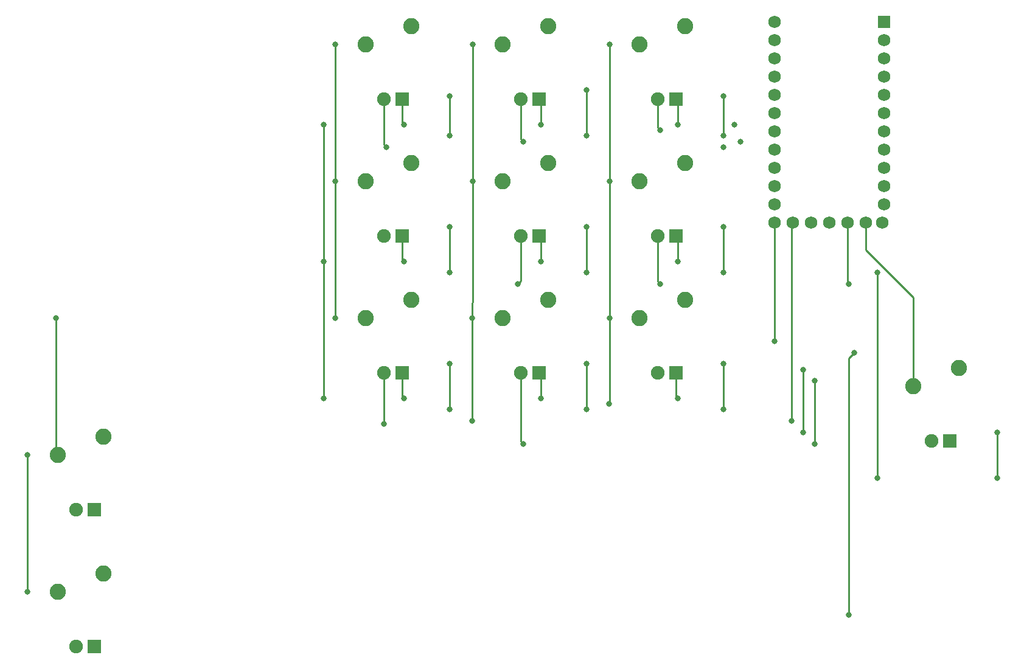
<source format=gbr>
%TF.GenerationSoftware,KiCad,Pcbnew,(5.1.9-0-10_14)*%
%TF.CreationDate,2021-04-13T19:55:37+09:00*%
%TF.ProjectId,IKIDS,494b4944-532e-46b6-9963-61645f706362,rev?*%
%TF.SameCoordinates,Original*%
%TF.FileFunction,Copper,L1,Top*%
%TF.FilePolarity,Positive*%
%FSLAX46Y46*%
G04 Gerber Fmt 4.6, Leading zero omitted, Abs format (unit mm)*
G04 Created by KiCad (PCBNEW (5.1.9-0-10_14)) date 2021-04-13 19:55:37*
%MOMM*%
%LPD*%
G01*
G04 APERTURE LIST*
%TA.AperFunction,ComponentPad*%
%ADD10R,1.905000X1.905000*%
%TD*%
%TA.AperFunction,ComponentPad*%
%ADD11C,1.905000*%
%TD*%
%TA.AperFunction,ComponentPad*%
%ADD12C,2.250000*%
%TD*%
%TA.AperFunction,ComponentPad*%
%ADD13C,1.752600*%
%TD*%
%TA.AperFunction,ComponentPad*%
%ADD14R,1.752600X1.752600*%
%TD*%
%TA.AperFunction,ViaPad*%
%ADD15C,0.800000*%
%TD*%
%TA.AperFunction,Conductor*%
%ADD16C,0.250000*%
%TD*%
G04 APERTURE END LIST*
D10*
%TO.P,MX2,4*%
%TO.N,Net-(MX2-Pad4)*%
X87122000Y-149637750D03*
D11*
%TO.P,MX2,3*%
%TO.N,Net-(MX2-Pad3)*%
X84582000Y-149637750D03*
D12*
%TO.P,MX2,1*%
%TO.N,col1*%
X82042000Y-142017750D03*
%TO.P,MX2,2*%
%TO.N,Net-(D2-Pad2)*%
X88392000Y-139477750D03*
%TD*%
D10*
%TO.P,MX6,4*%
%TO.N,gnd*%
X149034500Y-73437750D03*
D11*
%TO.P,MX6,3*%
%TO.N,led2*%
X146494500Y-73437750D03*
D12*
%TO.P,MX6,1*%
%TO.N,col2*%
X143954500Y-65817750D03*
%TO.P,MX6,2*%
%TO.N,Net-(D6-Pad2)*%
X150304500Y-63277750D03*
%TD*%
D10*
%TO.P,MX11,4*%
%TO.N,gnd*%
X168084500Y-111537750D03*
D11*
%TO.P,MX11,3*%
%TO.N,led9*%
X165544500Y-111537750D03*
D12*
%TO.P,MX11,1*%
%TO.N,col3*%
X163004500Y-103917750D03*
%TO.P,MX11,2*%
%TO.N,Net-(D11-Pad2)*%
X169354500Y-101377750D03*
%TD*%
D10*
%TO.P,MX4,4*%
%TO.N,gnd*%
X129984500Y-92487750D03*
D11*
%TO.P,MX4,3*%
%TO.N,led4*%
X127444500Y-92487750D03*
D12*
%TO.P,MX4,1*%
%TO.N,col1*%
X124904500Y-84867750D03*
%TO.P,MX4,2*%
%TO.N,Net-(D4-Pad2)*%
X131254500Y-82327750D03*
%TD*%
D10*
%TO.P,MX1,4*%
%TO.N,Net-(MX1-Pad4)*%
X87122000Y-130587750D03*
D11*
%TO.P,MX1,3*%
%TO.N,Net-(MX1-Pad3)*%
X84582000Y-130587750D03*
D12*
%TO.P,MX1,1*%
%TO.N,col1*%
X82042000Y-122967750D03*
%TO.P,MX1,2*%
%TO.N,Net-(D1-Pad2)*%
X88392000Y-120427750D03*
%TD*%
D13*
%TO.P,U1,25*%
%TO.N,col3*%
X194468750Y-90678000D03*
%TO.P,U1,26*%
%TO.N,led6*%
X191928750Y-90678000D03*
%TO.P,U1,27*%
%TO.N,led5*%
X189388750Y-90678000D03*
%TO.P,U1,28*%
%TO.N,led4*%
X186848750Y-90678000D03*
%TO.P,U1,29*%
%TO.N,col2*%
X184308750Y-90678000D03*
%TO.P,U1,24*%
%TO.N,col1*%
X181768750Y-62738000D03*
%TO.P,U1,12*%
%TO.N,row4*%
X196780150Y-90678000D03*
%TO.P,U1,23*%
%TO.N,gnd*%
X181768750Y-65278000D03*
%TO.P,U1,22*%
%TO.N,Net-(U1-Pad22)*%
X181768750Y-67818000D03*
%TO.P,U1,21*%
%TO.N,Net-(U1-Pad21)*%
X181768750Y-70358000D03*
%TO.P,U1,20*%
%TO.N,Net-(U1-Pad20)*%
X181768750Y-72898000D03*
%TO.P,U1,19*%
%TO.N,Net-(U1-Pad19)*%
X181768750Y-75438000D03*
%TO.P,U1,18*%
%TO.N,led3*%
X181768750Y-77978000D03*
%TO.P,U1,17*%
%TO.N,row1*%
X181768750Y-80518000D03*
%TO.P,U1,16*%
%TO.N,led2*%
X181768750Y-83058000D03*
%TO.P,U1,15*%
%TO.N,led1*%
X181768750Y-85598000D03*
%TO.P,U1,14*%
%TO.N,row2*%
X181768750Y-88138000D03*
%TO.P,U1,13*%
%TO.N,row3*%
X181768750Y-90678000D03*
%TO.P,U1,11*%
%TO.N,led9*%
X197008750Y-88138000D03*
%TO.P,U1,10*%
%TO.N,led7*%
X197008750Y-85598000D03*
%TO.P,U1,9*%
%TO.N,led8*%
X197008750Y-83058000D03*
%TO.P,U1,8*%
%TO.N,row5*%
X197008750Y-80518000D03*
%TO.P,U1,7*%
%TO.N,Net-(U1-Pad7)*%
X197008750Y-77978000D03*
%TO.P,U1,6*%
%TO.N,Net-(U1-Pad6)*%
X197008750Y-75438000D03*
%TO.P,U1,5*%
%TO.N,Net-(U1-Pad5)*%
X197008750Y-72898000D03*
%TO.P,U1,4*%
%TO.N,Net-(U1-Pad4)*%
X197008750Y-70358000D03*
%TO.P,U1,3*%
%TO.N,Net-(U1-Pad3)*%
X197008750Y-67818000D03*
%TO.P,U1,2*%
%TO.N,Net-(U1-Pad2)*%
X197008750Y-65278000D03*
D14*
%TO.P,U1,1*%
%TO.N,Net-(U1-Pad1)*%
X197008750Y-62738000D03*
%TD*%
D10*
%TO.P,MX12,4*%
%TO.N,Net-(MX12-Pad4)*%
X206184500Y-121062750D03*
D11*
%TO.P,MX12,3*%
%TO.N,Net-(MX12-Pad3)*%
X203644500Y-121062750D03*
D12*
%TO.P,MX12,1*%
%TO.N,col3*%
X201104500Y-113442750D03*
%TO.P,MX12,2*%
%TO.N,Net-(D12-Pad2)*%
X207454500Y-110902750D03*
%TD*%
D10*
%TO.P,MX10,4*%
%TO.N,gnd*%
X168084500Y-92487750D03*
D11*
%TO.P,MX10,3*%
%TO.N,led6*%
X165544500Y-92487750D03*
D12*
%TO.P,MX10,1*%
%TO.N,col3*%
X163004500Y-84867750D03*
%TO.P,MX10,2*%
%TO.N,Net-(D10-Pad2)*%
X169354500Y-82327750D03*
%TD*%
D10*
%TO.P,MX9,4*%
%TO.N,gnd*%
X168084500Y-73437750D03*
D11*
%TO.P,MX9,3*%
%TO.N,led3*%
X165544500Y-73437750D03*
D12*
%TO.P,MX9,1*%
%TO.N,col3*%
X163004500Y-65817750D03*
%TO.P,MX9,2*%
%TO.N,Net-(D9-Pad2)*%
X169354500Y-63277750D03*
%TD*%
D10*
%TO.P,MX8,4*%
%TO.N,gnd*%
X149034500Y-111537750D03*
D11*
%TO.P,MX8,3*%
%TO.N,led8*%
X146494500Y-111537750D03*
D12*
%TO.P,MX8,1*%
%TO.N,col2*%
X143954500Y-103917750D03*
%TO.P,MX8,2*%
%TO.N,Net-(D8-Pad2)*%
X150304500Y-101377750D03*
%TD*%
D10*
%TO.P,MX7,4*%
%TO.N,gnd*%
X149034500Y-92487750D03*
D11*
%TO.P,MX7,3*%
%TO.N,led5*%
X146494500Y-92487750D03*
D12*
%TO.P,MX7,1*%
%TO.N,col2*%
X143954500Y-84867750D03*
%TO.P,MX7,2*%
%TO.N,Net-(D7-Pad2)*%
X150304500Y-82327750D03*
%TD*%
%TO.P,MX5,2*%
%TO.N,Net-(D5-Pad2)*%
X131254500Y-101377750D03*
%TO.P,MX5,1*%
%TO.N,col1*%
X124904500Y-103917750D03*
D11*
%TO.P,MX5,3*%
%TO.N,led7*%
X127444500Y-111537750D03*
D10*
%TO.P,MX5,4*%
%TO.N,gnd*%
X129984500Y-111537750D03*
%TD*%
%TO.P,MX3,4*%
%TO.N,gnd*%
X129984500Y-73437750D03*
D11*
%TO.P,MX3,3*%
%TO.N,led1*%
X127444500Y-73437750D03*
D12*
%TO.P,MX3,1*%
%TO.N,col1*%
X124904500Y-65817750D03*
%TO.P,MX3,2*%
%TO.N,Net-(D3-Pad2)*%
X131254500Y-63277750D03*
%TD*%
D15*
%TO.N,row4*%
X212725000Y-126206250D03*
X212725000Y-119856250D03*
X196056250Y-126206250D03*
X196056250Y-126206250D03*
X196056250Y-97631250D03*
%TO.N,row5*%
X192087500Y-145256250D03*
X192881250Y-108743750D03*
%TO.N,row1*%
X174625000Y-73025000D03*
X174625000Y-78581250D03*
X136525000Y-78581250D03*
X136525000Y-73025000D03*
X155575000Y-72231250D03*
X155575000Y-78581250D03*
%TO.N,row2*%
X174625000Y-91281250D03*
X174625000Y-97631250D03*
X155575000Y-91281250D03*
X155575000Y-97631250D03*
X136525000Y-91281250D03*
X136525000Y-97631250D03*
%TO.N,row3*%
X155575000Y-110331250D03*
X155575000Y-116681250D03*
X174625000Y-110331250D03*
X174625000Y-116681250D03*
X136525000Y-110331250D03*
X136525000Y-116681250D03*
X181768750Y-107156250D03*
%TO.N,col1*%
X120650000Y-65881250D03*
X120650000Y-84931250D03*
X120650000Y-103981250D03*
X81756250Y-103981250D03*
X77787500Y-123031250D03*
X77787500Y-142081250D03*
%TO.N,gnd*%
X130175000Y-76993750D03*
X149225000Y-76993750D03*
X168275000Y-76993750D03*
X130175000Y-96043750D03*
X149225000Y-96043750D03*
X168275000Y-96043750D03*
X130175000Y-115093750D03*
X149225000Y-115093750D03*
X168275000Y-115093750D03*
X119062500Y-76993750D03*
X119062500Y-115093750D03*
X119062500Y-96043750D03*
X176212500Y-76993750D03*
%TO.N,led1*%
X127793750Y-80168750D03*
X174625000Y-80168750D03*
%TO.N,led7*%
X127444500Y-118713250D03*
X185737500Y-119856250D03*
X185737500Y-111125000D03*
%TO.N,led2*%
X146843750Y-79375000D03*
X177006250Y-79375000D03*
X177006250Y-79375000D03*
%TO.N,col2*%
X139763500Y-65817750D03*
X139700000Y-103981250D03*
X139763500Y-84867750D03*
X139700000Y-118268750D03*
X139700000Y-118268750D03*
X184150000Y-118268750D03*
%TO.N,led5*%
X146050000Y-99218750D03*
%TO.N,led8*%
X146843750Y-121443750D03*
X187325000Y-121443750D03*
X187325000Y-112712500D03*
%TO.N,led3*%
X165893750Y-77787500D03*
%TO.N,col3*%
X158813500Y-65817750D03*
X158813500Y-84867750D03*
X158813500Y-103917750D03*
X158750000Y-115887500D03*
%TO.N,led6*%
X165893750Y-99218750D03*
X192087500Y-99218750D03*
%TD*%
D16*
%TO.N,row4*%
X212725000Y-126206250D02*
X212725000Y-119856250D01*
X196056250Y-126206250D02*
X196056250Y-97631250D01*
%TO.N,row5*%
X192087500Y-109537500D02*
X192881250Y-108743750D01*
X192087500Y-145256250D02*
X192087500Y-109537500D01*
%TO.N,row1*%
X174625000Y-73025000D02*
X174625000Y-78581250D01*
X136525000Y-78581250D02*
X136525000Y-73025000D01*
X155575000Y-72231250D02*
X155575000Y-78581250D01*
X155575000Y-78581250D02*
X155575000Y-78581250D01*
%TO.N,row2*%
X174625000Y-91281250D02*
X174625000Y-97631250D01*
X155575000Y-91281250D02*
X155575000Y-97631250D01*
X136525000Y-91281250D02*
X136525000Y-97631250D01*
%TO.N,row3*%
X155575000Y-110331250D02*
X155575000Y-116681250D01*
X174625000Y-110331250D02*
X174625000Y-116681250D01*
X136525000Y-110331250D02*
X136525000Y-116681250D01*
X181768750Y-90906600D02*
X181997350Y-90678000D01*
X181768750Y-107156250D02*
X181768750Y-90906600D01*
%TO.N,col1*%
X120650000Y-65881250D02*
X120650000Y-84931250D01*
X120650000Y-84931250D02*
X120650000Y-103981250D01*
X81756250Y-122682000D02*
X82042000Y-122967750D01*
X81756250Y-103981250D02*
X81756250Y-122682000D01*
X77787500Y-123031250D02*
X77787500Y-142081250D01*
%TO.N,gnd*%
X129984500Y-73437750D02*
X129984500Y-76803250D01*
X129984500Y-76803250D02*
X130175000Y-76993750D01*
X149225000Y-73628250D02*
X149034500Y-73437750D01*
X149225000Y-76993750D02*
X149225000Y-73628250D01*
X168275000Y-73628250D02*
X168084500Y-73437750D01*
X168275000Y-76993750D02*
X168275000Y-73628250D01*
X129984500Y-92487750D02*
X129984500Y-95853250D01*
X129984500Y-95853250D02*
X130175000Y-96043750D01*
X149225000Y-92678250D02*
X149034500Y-92487750D01*
X149225000Y-96043750D02*
X149225000Y-92678250D01*
X168275000Y-92678250D02*
X168084500Y-92487750D01*
X168275000Y-96043750D02*
X168275000Y-92678250D01*
X129984500Y-111537750D02*
X129984500Y-114903250D01*
X129984500Y-114903250D02*
X130175000Y-115093750D01*
X149225000Y-111728250D02*
X149034500Y-111537750D01*
X149225000Y-115093750D02*
X149225000Y-111728250D01*
X168084500Y-111537750D02*
X168084500Y-114903250D01*
X168084500Y-114903250D02*
X168275000Y-115093750D01*
X119062500Y-76993750D02*
X119062500Y-96043750D01*
X119062500Y-96043750D02*
X119062500Y-115093750D01*
%TO.N,led1*%
X127444500Y-73437750D02*
X127444500Y-79819500D01*
X127444500Y-79819500D02*
X127793750Y-80168750D01*
%TO.N,led7*%
X127444500Y-111537750D02*
X127444500Y-118713250D01*
X127444500Y-118713250D02*
X127444500Y-118713250D01*
X185737500Y-119856250D02*
X185737500Y-111125000D01*
%TO.N,led2*%
X146494500Y-79025750D02*
X146843750Y-79375000D01*
X146494500Y-73437750D02*
X146494500Y-79025750D01*
%TO.N,col2*%
X139763500Y-65817750D02*
X139763500Y-84867750D01*
X139763500Y-101760748D02*
X139700000Y-101824248D01*
X139763500Y-84867750D02*
X139763500Y-101760748D01*
X139700000Y-101824248D02*
X139700000Y-103981250D01*
X139700000Y-103981250D02*
X139700000Y-103981250D01*
X139763500Y-84867750D02*
X139763500Y-84867750D01*
X139700000Y-103981250D02*
X139700000Y-117475000D01*
X139700000Y-117475000D02*
X139700000Y-118268750D01*
X139700000Y-118268750D02*
X139700000Y-118268750D01*
X139700000Y-118268750D02*
X139700000Y-118268750D01*
X184150000Y-90836750D02*
X184308750Y-90678000D01*
X184150000Y-118268750D02*
X184150000Y-90836750D01*
%TO.N,led5*%
X146494500Y-98774250D02*
X146050000Y-99218750D01*
X146494500Y-92487750D02*
X146494500Y-98774250D01*
%TO.N,led8*%
X146494500Y-111537750D02*
X146494500Y-121094500D01*
X146494500Y-121094500D02*
X146843750Y-121443750D01*
X187325000Y-121443750D02*
X187325000Y-112712500D01*
%TO.N,led3*%
X165544500Y-73437750D02*
X165544500Y-77438250D01*
X165544500Y-77438250D02*
X165893750Y-77787500D01*
%TO.N,col3*%
X158813500Y-65817750D02*
X158813500Y-84867750D01*
X158813500Y-84867750D02*
X158813500Y-103917750D01*
X158813500Y-103917750D02*
X158813500Y-115824000D01*
X158813500Y-115824000D02*
X158750000Y-115887500D01*
X201104500Y-113442750D02*
X201104500Y-101092000D01*
X194468750Y-94456250D02*
X194468750Y-90678000D01*
X201104500Y-101092000D02*
X194468750Y-94456250D01*
%TO.N,led6*%
X192087500Y-90836750D02*
X191928750Y-90678000D01*
X165544500Y-98869500D02*
X165893750Y-99218750D01*
X165544500Y-92487750D02*
X165544500Y-98869500D01*
X191928750Y-99060000D02*
X192087500Y-99218750D01*
X191928750Y-90678000D02*
X191928750Y-99060000D01*
%TO.N,Net-(U1-Pad20)*%
X181768750Y-73025000D02*
X181768750Y-72898000D01*
%TD*%
M02*

</source>
